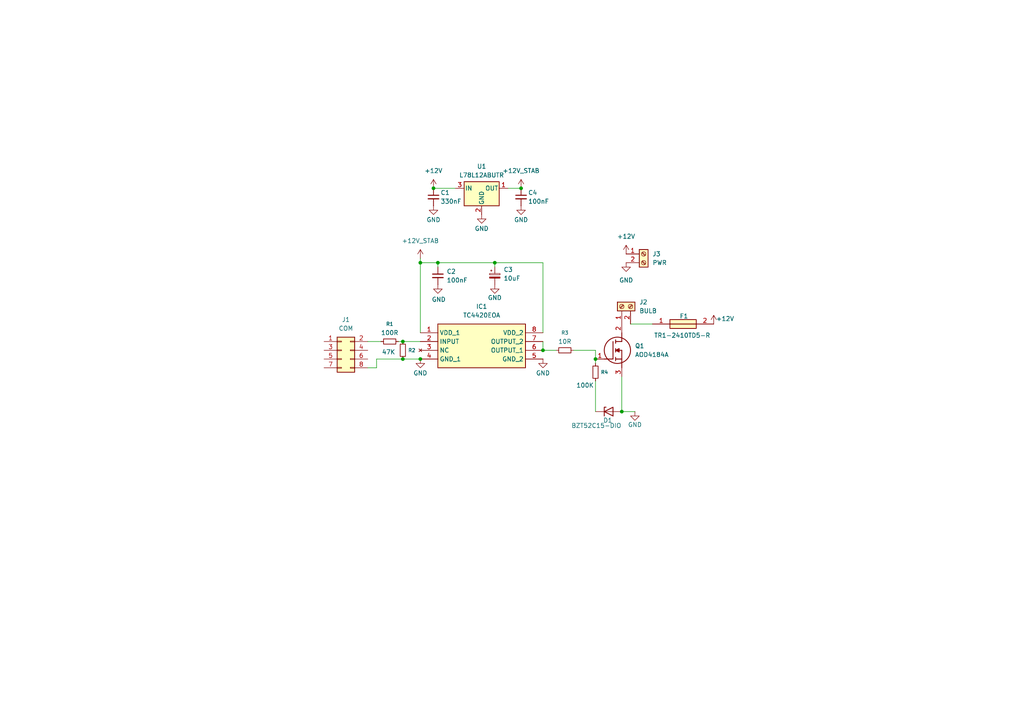
<source format=kicad_sch>
(kicad_sch (version 20250114) (generator "eeschema") (generator_version "9.0")
  (paper "A4")
  (title_block (title "MOSFET_Board") (date "2025-11-16") (rev "1.0") (company "PKl"))
  (lib_symbols
    (symbol "Connector:Screw_Terminal_01x02" (pin_names (offset 1.016) (hide yes))
      (property "Reference" "J" (at 0 2.54 0))
      (property "Value" "Screw_Terminal_01x02" (at 0 -5.08 0))
      (symbol "Screw_Terminal_01x02_1_1"
        (rectangle (start -1.27 1.27) (end 1.27 -3.81) (stroke (width 0.254)) (fill (type background)))
        (polyline (pts (xy -0.5334 0.3302) (xy 0.3302 -0.508)) (stroke (width 0.1524)))
        (polyline (pts (xy -0.5334 -2.2098) (xy 0.3302 -3.048)) (stroke (width 0.1524)))
        (polyline (pts (xy -0.3556 0.508) (xy 0.508 -0.3302)) (stroke (width 0.1524)))
        (polyline (pts (xy -0.3556 -2.032) (xy 0.508 -2.8702)) (stroke (width 0.1524)))
        (circle (center 0 0) (radius 0.635) (stroke (width 0.1524)))
        (circle (center 0 -2.54) (radius 0.635) (stroke (width 0.1524)))
        (pin passive line (at -5.08 0 0) (length 3.81) (name "Pin_1") (number "1"))
        (pin passive line (at -5.08 -2.54 0) (length 3.81) (name "Pin_2") (number "2"))
      )
    )
    (symbol "Connector_Generic:Conn_02x04_Odd_Even" (pin_names (offset 1.016) (hide yes))
      (property "Reference" "J" (at 1.27 5.08 0))
      (property "Value" "Conn_02x04_Odd_Even" (at 1.27 -7.62 0))
      (symbol "Conn_02x04_Odd_Even_1_1"
        (rectangle (start -1.27 3.81) (end 3.81 -6.35) (stroke (width 0.254)) (fill (type background)))
        (rectangle (start -1.27 2.667) (end 0 2.413) (stroke (width 0.1524)))
        (rectangle (start -1.27 0.127) (end 0 -0.127) (stroke (width 0.1524)))
        (rectangle (start -1.27 -2.413) (end 0 -2.667) (stroke (width 0.1524)))
        (rectangle (start -1.27 -4.953) (end 0 -5.207) (stroke (width 0.1524)))
        (rectangle (start 3.81 2.667) (end 2.54 2.413) (stroke (width 0.1524)))
        (rectangle (start 3.81 0.127) (end 2.54 -0.127) (stroke (width 0.1524)))
        (rectangle (start 3.81 -2.413) (end 2.54 -2.667) (stroke (width 0.1524)))
        (rectangle (start 3.81 -4.953) (end 2.54 -5.207) (stroke (width 0.1524)))
        (pin passive line (at -5.08 2.54 0) (length 3.81) (name "Pin_1") (number "1"))
        (pin passive line (at -5.08 0 0) (length 3.81) (name "Pin_3") (number "3"))
        (pin passive line (at -5.08 -2.54 0) (length 3.81) (name "Pin_5") (number "5"))
        (pin passive line (at -5.08 -5.08 0) (length 3.81) (name "Pin_7") (number "7"))
        (pin passive line (at 7.62 2.54 180) (length 3.81) (name "Pin_2") (number "2"))
        (pin passive line (at 7.62 0 180) (length 3.81) (name "Pin_4") (number "4"))
        (pin passive line (at 7.62 -2.54 180) (length 3.81) (name "Pin_6") (number "6"))
        (pin passive line (at 7.62 -5.08 180) (length 3.81) (name "Pin_8") (number "8"))
      )
    )
    (symbol "Device:C_Polarized_Small" (pin_numbers (hide yes)) (pin_names (offset 0.254) (hide yes))
      (property "Reference" "C" (at 0.254 1.778 0))
      (property "Value" "C_Polarized_Small" (at 0.254 -2.032 0))
      (symbol "C_Polarized_Small_0_1"
        (rectangle (start -1.524 0.6858) (end 1.524 0.3048))
        (rectangle (start -1.524 -0.3048) (end 1.524 -0.6858) (fill (type outline)))
        (polyline (pts (xy -1.27 1.524) (xy -0.762 1.524)))
        (polyline (pts (xy -1.016 1.27) (xy -1.016 1.778)))
      )
      (symbol "C_Polarized_Small_1_1"
        (pin passive line (at 0 2.54 270) (length 1.8542) (name "~") (number "1"))
        (pin passive line (at 0 -2.54 90) (length 1.8542) (name "~") (number "2"))
      )
    )
    (symbol "Device:C_Small" (pin_numbers (hide yes)) (pin_names (offset 0.254) (hide yes))
      (property "Reference" "C" (at 0.254 1.778 0))
      (property "Value" "C_Small" (at 0.254 -2.032 0))
      (symbol "C_Small_0_1"
        (polyline (pts (xy -1.524 0.508) (xy 1.524 0.508)) (stroke (width 0.3048)))
        (polyline (pts (xy -1.524 -0.508) (xy 1.524 -0.508)) (stroke (width 0.3302)))
      )
      (symbol "C_Small_1_1"
        (pin passive line (at 0 2.54 270) (length 2.032) (name "~") (number "1"))
        (pin passive line (at 0 -2.54 90) (length 2.032) (name "~") (number "2"))
      )
    )
    (symbol "Device:R_Small" (pin_numbers (hide yes)) (pin_names (offset 0.254) (hide yes))
      (property "Reference" "R" (at 0 0 90))
      (property "Value" "R_Small" (at 1.778 0 90))
      (symbol "R_Small_0_1"
        (rectangle (start -0.762 1.778) (end 0.762 -1.778) (stroke (width 0.2032)))
      )
      (symbol "R_Small_1_1"
        (pin passive line (at 0 2.54 270) (length 0.762) (name "~") (number "1"))
        (pin passive line (at 0 -2.54 90) (length 0.762) (name "~") (number "2"))
      )
    )
    (symbol "Diode:BZT52Bxx" (pin_numbers (hide yes)) (pin_names (hide yes))
      (property "Reference" "D" (at 0 2.54 0))
      (property "Value" "BZT52Bxx" (at 0 -2.54 0))
      (symbol "BZT52Bxx_0_1"
        (polyline (pts (xy -1.27 -1.27) (xy -1.27 1.27) (xy -0.762 1.27)) (stroke (width 0.254)))
        (polyline (pts (xy 1.27 0) (xy -1.27 0)))
        (polyline (pts (xy 1.27 -1.27) (xy 1.27 1.27) (xy -1.27 0) (xy 1.27 -1.27)) (stroke (width 0.254)))
      )
      (symbol "BZT52Bxx_1_1"
        (pin passive line (at -3.81 0 0) (length 2.54) (name "K") (number "1"))
        (pin passive line (at 3.81 0 180) (length 2.54) (name "A") (number "2"))
      )
    )
    (symbol "Regulator_Linear:L78L12_SOT89" (pin_names (offset 0.254))
      (property "Reference" "U" (at -3.81 3.175 0))
      (property "Value" "L78L12_SOT89" (at -0.635 3.175 0))
      (symbol "L78L12_SOT89_0_1"
        (rectangle (start -5.08 1.905) (end 5.08 -5.08) (stroke (width 0.254)) (fill (type background)))
      )
      (symbol "L78L12_SOT89_1_1"
        (pin power_in line (at -7.62 0 0) (length 2.54) (name "IN") (number "3"))
        (pin power_in line (at 0 -7.62 90) (length 2.54) (name "GND") (number "2"))
        (pin power_out line (at 7.62 0 180) (length 2.54) (name "OUT") (number "1"))
      )
    )
    (symbol "Schematy:AOD4184A" (pin_names (hide yes))
      (property "Reference" "Q" (at 11.43 3.81 0))
      (property "Value" "AOD4184A" (at 11.43 1.27 0))
      (symbol "AOD4184A_1_1"
        (polyline (pts (xy 2.54 0) (xy 5.08 0)) (stroke (width 0.254)))
        (polyline (pts (xy 5.08 5.08) (xy 5.08 0)) (stroke (width 0.254)))
        (polyline (pts (xy 5.842 5.588) (xy 5.842 4.572)) (stroke (width 0.254)))
        (polyline (pts (xy 5.842 2.54) (xy 6.858 3.048) (xy 6.858 2.032) (xy 5.842 2.54)) (stroke (width 0.254)) (fill (type outline)))
        (polyline (pts (xy 5.842 2.032) (xy 5.842 3.048)) (stroke (width 0.254)))
        (polyline (pts (xy 5.842 0) (xy 7.62 0)) (stroke (width 0.254)))
        (polyline (pts (xy 5.842 -0.508) (xy 5.842 0.508)) (stroke (width 0.254)))
        (circle (center 6.35 2.54) (radius 3.81) (stroke (width 0.254)))
        (polyline (pts (xy 7.62 5.08) (xy 5.842 5.08)) (stroke (width 0.254)))
        (polyline (pts (xy 7.62 5.08) (xy 7.62 7.62)) (stroke (width 0.254)))
        (polyline (pts (xy 7.62 2.54) (xy 5.842 2.54)) (stroke (width 0.254)))
        (polyline (pts (xy 7.62 2.54) (xy 7.62 -2.54)) (stroke (width 0.254)))
        (pin passive line (at 0 0 0) (length 2.54) (name "G") (number "1"))
        (pin passive line (at 7.62 10.16 270) (length 2.54) (name "D") (number "2"))
        (pin passive line (at 7.62 -5.08 90) (length 2.54) (name "S") (number "3"))
      )
    )
    (symbol "Schematy:TC4420EOA"
      (property "Reference" "IC" (at 31.75 7.62 0))
      (property "Value" "TC4420EOA" (at 31.75 5.08 0))
      (symbol "TC4420EOA_1_1"
        (rectangle (start 5.08 2.54) (end 30.48 -10.16) (stroke (width 0.254)) (fill (type background)))
        (pin passive line (at 0 0 0) (length 5.08) (name "VDD_1") (number "1"))
        (pin passive line (at 0 -2.54 0) (length 5.08) (name "INPUT") (number "2"))
        (pin no_connect line (at 0 -5.08 0) (length 5.08) (name "NC") (number "3"))
        (pin passive line (at 0 -7.62 0) (length 5.08) (name "GND_1") (number "4"))
        (pin passive line (at 35.56 0 180) (length 5.08) (name "VDD_2") (number "8"))
        (pin passive line (at 35.56 -2.54 180) (length 5.08) (name "OUTPUT_2") (number "7"))
        (pin passive line (at 35.56 -5.08 180) (length 5.08) (name "OUTPUT_1") (number "6"))
        (pin passive line (at 35.56 -7.62 180) (length 5.08) (name "GND_2") (number "5"))
      )
    )
    (symbol "Schematy:TR1-2410TD5-R" (pin_names (hide yes))
      (property "Reference" "F" (at 13.97 6.35 0))
      (property "Value" "TR1-2410TD5-R" (at 13.97 3.81 0))
      (symbol "TR1-2410TD5-R_1_1"
        (rectangle (start 5.08 1.27) (end 12.7 -1.27) (stroke (width 0.254)) (fill (type background)))
        (polyline (pts (xy 5.08 0) (xy 12.7 0)) (stroke (width 0.254)))
        (pin passive line (at 0 0 0) (length 5.08) (name "1") (number "1"))
        (pin passive line (at 17.78 0 180) (length 5.08) (name "2") (number "2"))
      )
    )
    (symbol "power:+12V" (power) (pin_numbers (hide yes)) (pin_names (offset 0) (hide yes))
      (property "Value" "+12V" (at 0 3.556 0))
      (symbol "+12V_0_1"
        (polyline (pts (xy -0.762 1.27) (xy 0 2.54)))
        (polyline (pts (xy 0 2.54) (xy 0.762 1.27)))
        (polyline (pts (xy 0 0) (xy 0 2.54)))
      )
      (symbol "+12V_1_1"
        (pin power_in line (at 0 0 90) (length 0) (name "~") (number "1"))
      )
    )
    (symbol "power:GND" (power) (pin_numbers (hide yes)) (pin_names (offset 0) (hide yes))
      (property "Value" "GND" (at 0 -3.81 0))
      (symbol "GND_0_1"
        (polyline (pts (xy 0 0) (xy 0 -1.27) (xy 1.27 -1.27) (xy 0 -2.54) (xy -1.27 -1.27) (xy 0 -1.27)))
      )
      (symbol "GND_1_1"
        (pin power_in line (at 0 0 270) (length 0) (name "~") (number "1"))
      )
    )
  )
  (junction (at 151.13 54.61))
  (junction (at 127 76.2))
  (junction (at 121.92 104.14))
  (junction (at 121.92 76.2))
  (junction (at 172.72 104.14))
  (junction (at 116.84 104.14))
  (junction (at 116.84 99.06))
  (junction (at 157.48 101.6))
  (junction (at 143.51 76.2))
  (junction (at 180.34 119.38))
  (junction (at 125.73 54.61))
  (wire (pts (xy 127 77.47) (xy 127 76.2)))
  (wire (pts (xy 121.92 74.93) (xy 121.92 76.2)))
  (wire (pts (xy 147.32 54.61) (xy 151.13 54.61)))
  (wire (pts (xy 127 76.2) (xy 143.51 76.2)))
  (wire (pts (xy 106.68 99.06) (xy 110.49 99.06)))
  (wire (pts (xy 125.73 54.61) (xy 132.08 54.61)))
  (wire (pts (xy 180.34 109.22) (xy 180.34 119.38)))
  (wire (pts (xy 121.92 76.2) (xy 121.92 96.52)))
  (wire (pts (xy 172.72 104.14) (xy 172.72 105.41)))
  (wire (pts (xy 143.51 77.47) (xy 143.51 76.2)))
  (wire (pts (xy 157.48 99.06) (xy 157.48 101.6)))
  (wire (pts (xy 109.22 106.68) (xy 109.22 104.14)))
  (wire (pts (xy 157.48 101.6) (xy 161.29 101.6)))
  (wire (pts (xy 172.72 101.6) (xy 172.72 104.14)))
  (wire (pts (xy 180.34 119.38) (xy 184.15 119.38)))
  (wire (pts (xy 172.72 110.49) (xy 172.72 119.38)))
  (wire (pts (xy 143.51 76.2) (xy 157.48 76.2)))
  (wire (pts (xy 166.37 101.6) (xy 172.72 101.6)))
  (wire (pts (xy 116.84 104.14) (xy 121.92 104.14)))
  (wire (pts (xy 157.48 76.2) (xy 157.48 96.52)))
  (wire (pts (xy 121.92 76.2) (xy 127 76.2)))
  (wire (pts (xy 182.88 93.98) (xy 189.23 93.98)))
  (wire (pts (xy 106.68 106.68) (xy 109.22 106.68)))
  (wire (pts (xy 116.84 99.06) (xy 121.92 99.06)))
  (wire (pts (xy 115.57 99.06) (xy 116.84 99.06)))
  (wire (pts (xy 109.22 104.14) (xy 116.84 104.14)))
  (symbol (lib_id "Regulator_Linear:L78L12_SOT89") (at 139.7 54.61 0) (unit 1)
    (property "Reference" "U1" (at 139.7 48.26 0))
    (property "Value" "L78L12ABUTR" (at 139.7 50.8 0))
    (property "Footprint" "Package_TO_SOT_SMD:SOT-89-3" (effects (hide yes)))
    (property "Datasheet" "http://www.st.com/content/ccc/resource/technical/document/datasheet/15/55/e5/aa/23/5b/43/fd/CD00000446.pdf/files/CD00000446.pdf/jcr:content/translations/en.CD00000446.pdf" (effects (hide yes)))
    (property "Description" "Positive 100mA 30V Linear Regulator, Fixed Output 12V, SOT-89" (effects (hide yes)))
  )
  (symbol (lib_id "power:+12V") (at 121.92 74.93 0) (unit 1)
    (property "Reference" "#PWR01" (effects (hide yes)))
    (property "Value" "+12V_STAB" (at 121.92 69.85 0))
    (property "Description" "Power symbol creates a global label with name \"+12V\"" (effects (hide yes)))
  )
  (symbol (lib_id "Diode:BZT52Bxx") (at 176.53 119.38 0) (unit 1)
    (property "Reference" "D1" (at 176.276 121.92 0))
    (property "Value" "BZT52C15-DIO" (at 172.974 123.444 0))
    (property "Footprint" "Diode_SMD:D_SOD-123F" (effects (hide yes)))
    (property "Datasheet" "https://diotec.com/tl_files/diotec/files/pdf/datasheets/bzt52b2v4.pdf" (effects (hide yes)))
    (property "Description" "500mW Zener Diode, SOD-123F" (effects (hide yes)))
  )
  (symbol (lib_id "Device:R_Small") (at 116.84 101.6 0) (unit 1)
    (property "Reference" "R2" (at 118.364 101.6 0) (effects (font (size 1.016 1.016)) (justify left)))
    (property "Value" "47K" (at 110.744 102.108 0) (effects (justify left)))
    (property "Footprint" "Resistor_SMD:R_1206_3216Metric" (effects (hide yes)))
    (property "Description" "Resistor, small symbol" (effects (hide yes)))
  )
  (symbol (lib_id "power:+12V") (at 207.01 93.98 0) (unit 1)
    (property "Reference" "#PWR014" (effects (hide yes)))
    (property "Value" "+12V" (at 210.312 92.456 0))
    (property "Description" "Power symbol creates a global label with name \"+12V\"" (effects (hide yes)))
  )
  (symbol (lib_id "Device:R_Small") (at 172.72 107.95 0) (unit 1)
    (property "Reference" "R4" (at 174.244 107.95 0) (effects (font (size 1.016 1.016)) (justify left)))
    (property "Value" "100K" (at 167.132 111.76 0) (effects (justify left)))
    (property "Footprint" "Resistor_SMD:R_1206_3216Metric" (effects (hide yes)))
    (property "Description" "Resistor, small symbol" (effects (hide yes)))
  )
  (symbol (lib_id "power:GND") (at 151.13 59.69 0) (unit 1)
    (property "Reference" "#PWR09" (effects (hide yes)))
    (property "Value" "GND" (at 151.13 63.754 0))
    (property "Description" "Power symbol creates a global label with name \"GND\" , ground" (effects (hide yes)))
  )
  (symbol (lib_id "power:GND") (at 143.51 82.55 0) (unit 1)
    (property "Reference" "#PWR07" (effects (hide yes)))
    (property "Value" "GND" (at 143.51 86.36 0))
    (property "Description" "Power symbol creates a global label with name \"GND\" , ground" (effects (hide yes)))
  )
  (symbol (lib_id "Connector:Screw_Terminal_01x02") (at 186.69 73.66 0) (unit 1)
    (property "Reference" "J3" (at 189.23 73.6599 0) (effects (justify left)))
    (property "Value" "PWR" (at 189.23 76.1999 0) (effects (justify left)))
    (property "Footprint" "TerminalBlock_Phoenix:TerminalBlock_Phoenix_MKDS-1,5-2_1x02_P5.00mm_Horizontal" (effects (hide yes)))
    (property "Description" "Generic screw terminal, single row, 01x02, script generated (kicad-library-utils/schlib/autogen/connector/)" (effects (hide yes)))
  )
  (symbol (lib_id "Schematy:TR1-2410TD5-R") (at 189.23 93.98 0) (unit 1)
    (property "Reference" "F1" (at 198.374 91.694 0))
    (property "Value" "TR1-2410TD5-R" (at 197.866 97.282 0))
    (property "Footprint" "Library:FUSC6127X287N" (effects (hide yes)))
    (property "Datasheet" "https://www.eaton.com/content/dam/eaton/products/electronic-components/resources/data-sheet/eaton-2410td-high-current-fast-acting-smt-brick-fuse-data-sheet-elx1195-en.pdf" (effects (hide yes)))
    (property "Description" "5 A 250 V AC 60 V DC Fuse Board Mount (Cartridge Style Excluded) Surface Mount 2-SMD, Square End Block" (effects (hide yes)))
    (property "Height" "2.87" (effects (hide yes)))
    (property "Manufacturer_Name" "Eaton" (effects (hide yes)))
    (property "Manufacturer_Part_Number" "TR1-2410TD5-R" (effects (hide yes)))
    (property "Mouser Part Number" "504-TR1-2410TD5-R" (effects (hide yes)))
    (property "Mouser Price/Stock" "https://www.mouser.co.uk/ProductDetail/Bussmann-Eaton/TR1-2410TD5-R?qs=tlsG%2FOw5FFiNX%2Fmp8FvOig%3D%3D" (effects (hide yes)))
  )
  (symbol (lib_id "Device:C_Polarized_Small") (at 143.51 80.01 0) (unit 1)
    (property "Reference" "C3" (at 146.05 78.1938 0) (effects (justify left)))
    (property "Value" "10uF" (at 146.05 80.7338 0) (effects (justify left)))
    (property "Footprint" "Capacitor_SMD:CP_Elec_6.3x5.8" (effects (hide yes)))
    (property "Description" "Polarized capacitor, small symbol" (effects (hide yes)))
  )
  (symbol (lib_id "power:GND") (at 125.73 59.69 0) (unit 1)
    (property "Reference" "#PWR04" (effects (hide yes)))
    (property "Value" "GND" (at 125.73 63.754 0))
    (property "Description" "Power symbol creates a global label with name \"GND\" , ground" (effects (hide yes)))
  )
  (symbol (lib_id "power:GND") (at 184.15 119.38 0) (unit 1)
    (property "Reference" "#PWR013" (effects (hide yes)))
    (property "Value" "GND" (at 184.15 123.19 0))
    (property "Description" "Power symbol creates a global label with name \"GND\" , ground" (effects (hide yes)))
  )
  (symbol (lib_id "Schematy:TC4420EOA") (at 121.92 96.52 0) (unit 1)
    (property "Reference" "IC1" (at 139.7 88.9 0))
    (property "Value" "TC4420EOA" (at 139.7 91.44 0))
    (property "Footprint" "SOIC127P600X175-8N" (effects (hide yes)))
    (property "Datasheet" "http://componentsearchengine.com/Datasheets/1/TC4420EOA.pdf" (effects (hide yes)))
    (property "Description" "IC MOSFET DRIVER 6A HS" (effects (hide yes)))
    (property "Height" "1.75" (effects (hide yes)))
    (property "Manufacturer_Name" "Microchip" (effects (hide yes)))
    (property "Manufacturer_Part_Number" "TC4420EOA" (effects (hide yes)))
    (property "Mouser Part Number" "579-TC4420EOA" (effects (hide yes)))
    (property "Mouser Price/Stock" "https://www.mouser.co.uk/ProductDetail/Microchip-Technology/TC4420EOA?qs=wPbeaPfwU99K0CmR7RzMVg%3D%3D" (effects (hide yes)))
    (property "Arrow Part Number" "TC4420EOA" (effects (hide yes)))
    (property "Arrow Price/Stock" "https://www.arrow.com/en/products/tc4420eoa/microchip-technology?utm_currency=USD&region=nac" (effects (hide yes)))
  )
  (symbol (lib_id "power:+12V") (at 125.73 54.61 0) (unit 1)
    (property "Reference" "#PWR03" (effects (hide yes)))
    (property "Value" "+12V" (at 125.73 49.53 0))
    (property "Description" "Power symbol creates a global label with name \"+12V\"" (effects (hide yes)))
  )
  (symbol (lib_id "Device:C_Small") (at 125.73 57.15 0) (unit 1)
    (property "Reference" "C1" (at 127.762 55.88 0) (effects (justify left)))
    (property "Value" "330nF" (at 127.762 58.42 0) (effects (justify left)))
    (property "Footprint" "Capacitor_SMD:C_1206_3216Metric" (effects (hide yes)))
    (property "Description" "Unpolarized capacitor, small symbol" (effects (hide yes)))
  )
  (symbol (lib_id "power:+12V") (at 181.61 73.66 0) (unit 1)
    (property "Reference" "#PWR011" (effects (hide yes)))
    (property "Value" "+12V" (at 181.61 68.58 0))
    (property "Description" "Power symbol creates a global label with name \"+12V\"" (effects (hide yes)))
  )
  (symbol (lib_id "Device:R_Small") (at 113.03 99.06 90) (unit 1)
    (property "Reference" "R1" (at 113.03 93.98 90) (effects (font (size 1.016 1.016))))
    (property "Value" "100R" (at 113.03 96.52 90))
    (property "Footprint" "Resistor_SMD:R_1206_3216Metric" (effects (hide yes)))
    (property "Description" "Resistor, small symbol" (effects (hide yes)))
  )
  (symbol (lib_id "Device:R_Small") (at 163.83 101.6 90) (unit 1)
    (property "Reference" "R3" (at 163.83 96.52 90) (effects (font (size 1.016 1.016))))
    (property "Value" "10R" (at 163.83 99.06 90))
    (property "Footprint" "Resistor_SMD:R_1206_3216Metric" (effects (hide yes)))
    (property "Description" "Resistor, small symbol" (effects (hide yes)))
  )
  (symbol (lib_id "Device:C_Small") (at 127 80.01 0) (unit 1)
    (property "Reference" "C2" (at 129.54 78.7462 0) (effects (justify left)))
    (property "Value" "100nF" (at 129.54 81.2862 0) (effects (justify left)))
    (property "Footprint" "Capacitor_SMD:C_1206_3216Metric" (effects (hide yes)))
    (property "Description" "Unpolarized capacitor, small symbol" (effects (hide yes)))
  )
  (symbol (lib_id "power:GND") (at 121.92 104.14 0) (unit 1)
    (property "Reference" "#PWR02" (effects (hide yes)))
    (property "Value" "GND" (at 121.92 108.204 0))
    (property "Description" "Power symbol creates a global label with name \"GND\" , ground" (effects (hide yes)))
  )
  (symbol (lib_id "Device:C_Small") (at 151.13 57.15 0) (unit 1)
    (property "Reference" "C4" (at 153.162 55.88 0) (effects (justify left)))
    (property "Value" "100nF" (at 153.162 58.42 0) (effects (justify left)))
    (property "Footprint" "Capacitor_SMD:C_1206_3216Metric" (effects (hide yes)))
    (property "Description" "Unpolarized capacitor, small symbol" (effects (hide yes)))
  )
  (symbol (lib_id "Connector_Generic:Conn_02x04_Odd_Even") (at 99.06 101.6 0) (unit 1)
    (property "Reference" "J1" (at 100.33 92.71 0))
    (property "Value" "COM" (at 100.33 95.25 0))
    (property "Footprint" "Connector_PinHeader_2.54mm:PinHeader_2x04_P2.54mm_Vertical" (effects (hide yes)))
    (property "Description" "Generic connector, double row, 02x04, odd/even pin numbering scheme (row 1 odd numbers, row 2 even numbers), script generated (kicad-library-utils/schlib/autogen/connector/)" (effects (hide yes)))
  )
  (symbol (lib_id "Schematy:AOD4184A") (at 172.72 104.14 0) (unit 1)
    (property "Reference" "Q1" (at 184.15 100.3299 0) (effects (justify left)))
    (property "Value" "AOD4184A" (at 184.15 102.8699 0) (effects (justify left)))
    (property "Footprint" "Library:AOD4185" (effects (hide yes)))
    (property "Datasheet" "https://www.arrow.com/en/products/aod4184a/alpha-and-omega-semiconductor" (effects (hide yes)))
    (property "Description" "Trans MOSFET N-CH 40V 50A 3-Pin(2+Tab) DPAK" (effects (hide yes)))
    (property "Height" "2.4" (effects (hide yes)))
    (property "Manufacturer_Name" "Alpha & Omega Semiconductors" (effects (hide yes)))
    (property "Manufacturer_Part_Number" "AOD4184A" (effects (hide yes)))
    (property "Arrow Part Number" "AOD4184A" (effects (hide yes)))
    (property "Arrow Price/Stock" "https://www.arrow.com/en/products/aod4184a/alpha-and-omega-semiconductor?utm_currency=USD&region=nac" (effects (hide yes)))
  )
  (symbol (lib_id "Connector:Screw_Terminal_01x02") (at 180.34 88.9 90) (unit 1)
    (property "Reference" "J2" (at 185.42 87.6299 90) (effects (justify right)))
    (property "Value" "BULB" (at 185.42 90.1699 90) (effects (justify right)))
    (property "Footprint" "TerminalBlock_Phoenix:TerminalBlock_Phoenix_MKDS-1,5-2_1x02_P5.00mm_Horizontal" (effects (hide yes)))
    (property "Description" "Generic screw terminal, single row, 01x02, script generated (kicad-library-utils/schlib/autogen/connector/)" (effects (hide yes)))
  )
  (symbol (lib_id "power:GND") (at 157.48 104.14 0) (unit 1)
    (property "Reference" "#PWR010" (effects (hide yes)))
    (property "Value" "GND" (at 157.48 108.204 0))
    (property "Description" "Power symbol creates a global label with name \"GND\" , ground" (effects (hide yes)))
  )
  (symbol (lib_id "power:GND") (at 127 82.55 0) (unit 1)
    (property "Reference" "#PWR05" (effects (hide yes)))
    (property "Value" "GND" (at 127.254 86.868 0))
    (property "Description" "Power symbol creates a global label with name \"GND\" , ground" (effects (hide yes)))
  )
  (symbol (lib_id "power:+12V") (at 151.13 54.61 0) (unit 1)
    (property "Reference" "#PWR08" (effects (hide yes)))
    (property "Value" "+12V_STAB" (at 151.13 49.53 0))
    (property "Description" "Power symbol creates a global label with name \"+12V\"" (effects (hide yes)))
  )
  (symbol (lib_id "power:GND") (at 139.7 62.23 0) (unit 1)
    (property "Reference" "#PWR06" (effects (hide yes)))
    (property "Value" "GND" (at 139.7 66.294 0))
    (property "Description" "Power symbol creates a global label with name \"GND\" , ground" (effects (hide yes)))
  )
  (symbol (lib_id "power:GND") (at 181.61 76.2 0) (unit 1)
    (property "Reference" "#PWR012" (effects (hide yes)))
    (property "Value" "GND" (at 181.61 81.28 0))
    (property "Description" "Power symbol creates a global label with name \"GND\" , ground" (effects (hide yes)))
  )
)
</source>
